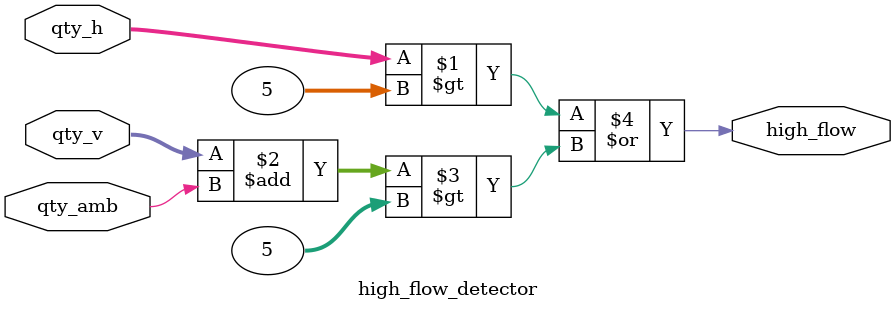
<source format=v>
`timescale 1ns / 1ps

module high_flow_detector(
    input [6:0] qty_v,
    input [6:0] qty_h,
    input qty_amb,
    output high_flow
    );
    
    assign high_flow = (qty_h > 5) | (qty_v + qty_amb > 5);
endmodule

</source>
